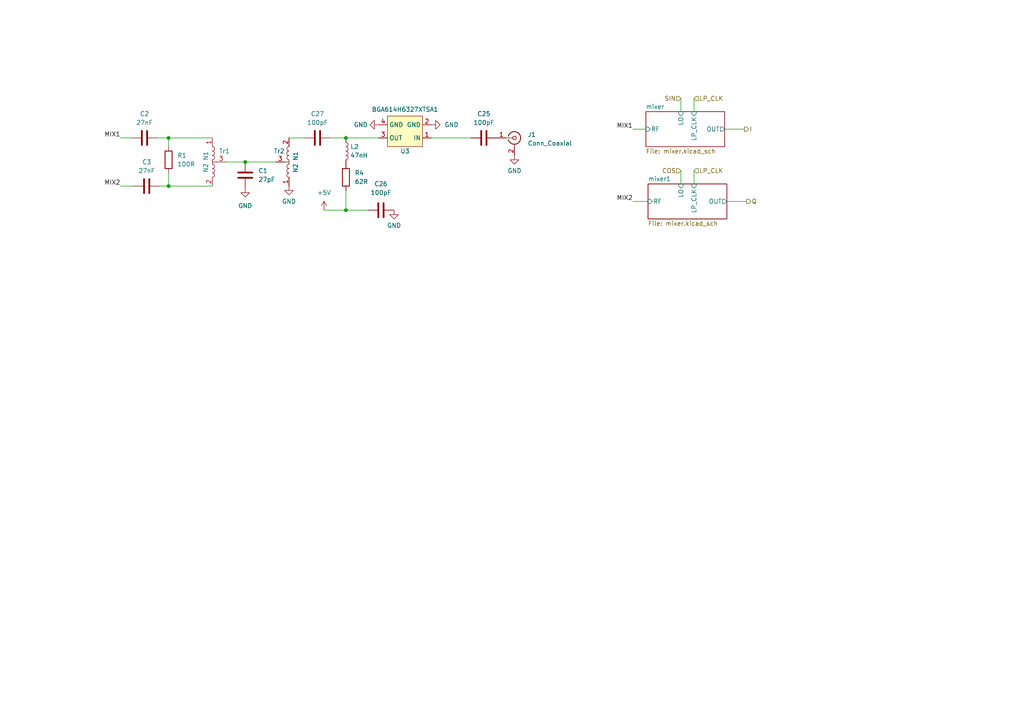
<source format=kicad_sch>
(kicad_sch (version 20230121) (generator eeschema)
  (paper "A4")
  (lib_symbols
    (symbol "Autotransformer:Autotransformer"
      (property "Reference" "Tr" (at -3.429 0.254 90))
      (property "Value" "N2 N1" (at -1.27 0 90))
      (symbol "Autotransformer_0_1"
        (arc (start 0 -1.905) (mid 0.6129 -1.27) (end 0 -0.635))
        (polyline (pts (xy 0 0.635) (xy 0 -0.635)))
        (polyline (pts (xy 1.27 0) (xy 0 0)))
        (arc (start 0 0.635) (mid 0.6238 1.27) (end 0 1.905))
        (arc (start 0.0113 1.905) (mid 0.6351 2.54) (end 0.0113 3.175))
        (arc (start 0.0113 3.175) (mid 0.6351 3.81) (end 0.0113 4.445))
        (arc (start 0.0225 -4.445) (mid 0.6354 -3.81) (end 0.0225 -3.175))
        (arc (start 0.0225 -3.175) (mid 0.6354 -2.54) (end 0.0225 -1.905))
      )
      (symbol "Autotransformer_1_1"
        (pin passive line (at 0 6.985 270) (length 2.54) (name "~") (number "1"))
        (pin passive line (at 0 -6.985 90) (length 2.54) (name "~") (number "2"))
        (pin passive line (at 3.81 0 180) (length 2.54) (name "~") (number "3"))
      )
    )
    (symbol "BGA614H6327XTSA1:BGA614H6327XTSA1"
      (property "Reference" "U" (at 0 7.62 0))
      (property "Value" "BGA614H6327XTSA1" (at 0 5.08 0))
      (symbol "BGA614H6327XTSA1_1_1"
        (rectangle (start -5.08 3.81) (end 5.08 -5.08) (fill (type background)))
        (pin input line (at -7.62 1.27 0) (length 2.54) (name "IN") (number "1"))
        (pin power_in line (at -7.62 -2.54 0) (length 2.54) (name "GND") (number "2"))
        (pin output line (at 7.62 1.27 180) (length 2.54) (name "OUT") (number "3"))
        (pin power_in line (at 7.62 -2.54 180) (length 2.54) (name "GND") (number "4"))
      )
    )
    (symbol "Connector:Conn_Coaxial" (pin_names (offset 1.016) hide)
      (property "Reference" "J" (at 0.254 3.048 0))
      (property "Value" "Conn_Coaxial" (at 2.921 0 90))
      (symbol "Conn_Coaxial_0_1"
        (arc (start -1.778 -0.508) (mid 0.2311 -1.8066) (end 1.778 0) (stroke (width 0.254)))
        (polyline (pts (xy -2.54 0) (xy -0.508 0)))
        (polyline (pts (xy 0 -2.54) (xy 0 -1.778)))
        (circle (center 0 0) (radius 0.508) (stroke (width 0.2032)))
        (arc (start 1.778 0) (mid 0.2099 1.8101) (end -1.778 0.508) (stroke (width 0.254)))
      )
      (symbol "Conn_Coaxial_1_1"
        (pin passive line (at -5.08 0 0) (length 2.54) (name "In") (number "1"))
        (pin passive line (at 0 -5.08 90) (length 2.54) (name "Ext") (number "2"))
      )
    )
    (symbol "Device:C" (pin_numbers hide) (pin_names (offset 0.254))
      (property "Reference" "C" (at 0.635 2.54 0))
      (property "Value" "C" (at 0.635 -2.54 0))
      (symbol "C_0_1"
        (polyline (pts (xy -2.032 -0.762) (xy 2.032 -0.762)) (stroke (width 0.508)))
        (polyline (pts (xy -2.032 0.762) (xy 2.032 0.762)) (stroke (width 0.508)))
      )
      (symbol "C_1_1"
        (pin passive line (at 0 3.81 270) (length 2.794) (name "~") (number "1"))
        (pin passive line (at 0 -3.81 90) (length 2.794) (name "~") (number "2"))
      )
    )
    (symbol "Device:L" (pin_numbers hide) (pin_names (offset 1.016) hide)
      (property "Reference" "L" (at -1.27 0 90))
      (property "Value" "L" (at 1.905 0 90))
      (symbol "L_0_1"
        (arc (start 0 -2.54) (mid 0.6323 -1.905) (end 0 -1.27))
        (arc (start 0 -1.27) (mid 0.6323 -0.635) (end 0 0))
        (arc (start 0 0) (mid 0.6323 0.635) (end 0 1.27))
        (arc (start 0 1.27) (mid 0.6323 1.905) (end 0 2.54))
      )
      (symbol "L_1_1"
        (pin passive line (at 0 3.81 270) (length 1.27) (name "1") (number "1"))
        (pin passive line (at 0 -3.81 90) (length 1.27) (name "2") (number "2"))
      )
    )
    (symbol "Device:R" (pin_numbers hide) (pin_names (offset 0))
      (property "Reference" "R" (at 2.032 0 90))
      (property "Value" "R" (at 0 0 90))
      (symbol "R_0_1"
        (rectangle (start -1.016 -2.54) (end 1.016 2.54) (stroke (width 0.254)))
      )
      (symbol "R_1_1"
        (pin passive line (at 0 3.81 270) (length 1.27) (name "~") (number "1"))
        (pin passive line (at 0 -3.81 90) (length 1.27) (name "~") (number "2"))
      )
    )
    (symbol "power:+5V" (power) (pin_names (offset 0))
      (property "Value" "+5V" (at 0 3.556 0))
      (symbol "+5V_0_1"
        (polyline (pts (xy -0.762 1.27) (xy 0 2.54)))
        (polyline (pts (xy 0 0) (xy 0 2.54)))
        (polyline (pts (xy 0 2.54) (xy 0.762 1.27)))
      )
      (symbol "+5V_1_1"
        (pin power_in line (at 0 0 90) (length 0) hide (name "+5V") (number "1"))
      )
    )
    (symbol "power:GND" (power) (pin_names (offset 0))
      (property "Value" "GND" (at 0 -3.81 0))
      (symbol "GND_0_1"
        (polyline (pts (xy 0 0) (xy 0 -1.27) (xy 1.27 -1.27) (xy 0 -2.54) (xy -1.27 -1.27) (xy 0 -1.27)))
      )
      (symbol "GND_1_1"
        (pin power_in line (at 0 0 270) (length 0) hide (name "GND") (number "1"))
      )
    )
  )
  (junction (at 100.33 40.005))
  (junction (at 48.895 40.005))
  (junction (at 48.895 53.975))
  (junction (at 71.12 46.99))
  (junction (at 100.33 60.96))
  (wire (pts (xy 46.355 53.975) (xy 48.895 53.975)))
  (wire (pts (xy 65.405 46.99) (xy 71.12 46.99)))
  (wire (pts (xy 48.895 50.165) (xy 48.895 53.975)))
  (wire (pts (xy 100.33 60.96) (xy 106.68 60.96)))
  (wire (pts (xy 48.895 40.005) (xy 48.895 42.545)))
  (wire (pts (xy 71.12 46.99) (xy 80.01 46.99)))
  (wire (pts (xy 197.485 28.575) (xy 197.485 32.385)))
  (wire (pts (xy 34.925 53.975) (xy 38.735 53.975)))
  (wire (pts (xy 34.925 40.005) (xy 38.1 40.005)))
  (wire (pts (xy 48.895 40.005) (xy 61.595 40.005)))
  (wire (pts (xy 93.98 60.96) (xy 100.33 60.96)))
  (wire (pts (xy 210.82 58.42) (xy 216.535 58.42)))
  (wire (pts (xy 197.485 49.53) (xy 197.485 53.34)))
  (wire (pts (xy 45.72 40.005) (xy 48.895 40.005)))
  (wire (pts (xy 100.33 40.005) (xy 109.855 40.005)))
  (wire (pts (xy 125.095 40.005) (xy 136.525 40.005)))
  (wire (pts (xy 210.185 37.465) (xy 215.9 37.465)))
  (wire (pts (xy 95.885 40.005) (xy 100.33 40.005)))
  (wire (pts (xy 201.295 49.53) (xy 201.295 53.34)))
  (wire (pts (xy 83.82 40.005) (xy 88.265 40.005)))
  (wire (pts (xy 48.895 53.975) (xy 61.595 53.975)))
  (wire (pts (xy 183.515 37.465) (xy 187.325 37.465)))
  (wire (pts (xy 183.515 58.42) (xy 187.96 58.42)))
  (wire (pts (xy 100.33 55.245) (xy 100.33 60.96)))
  (wire (pts (xy 201.295 28.575) (xy 201.295 32.385)))
  (label "MIX2" (at 183.515 58.42 180))
  (label "MIX1" (at 34.925 40.005 180))
  (label "MIX1" (at 183.515 37.465 180))
  (label "MIX2" (at 34.925 53.975 180))
  (hierarchical_label "Q" (shape output) (at 216.535 58.42 0))
  (hierarchical_label "SIN" (shape input) (at 197.485 28.575 180))
  (hierarchical_label "COS" (shape input) (at 197.485 49.53 180))
  (hierarchical_label "LP_CLK" (shape input) (at 201.295 28.575 0))
  (hierarchical_label "I" (shape output) (at 215.9 37.465 0))
  (hierarchical_label "LP_CLK" (shape input) (at 201.295 49.53 0))
  (symbol (lib_id "Device:C") (at 42.545 53.975 90) (unit 1)
    (property "Reference" "C3" (at 42.545 46.99 90))
    (property "Value" "27nF" (at 42.545 49.53 90))
    (instances (project "analog_frontend" (path "" (reference "C3") (unit 1)) (path "" (reference "C2") (unit 1))))
  )
  (symbol (lib_id "power:GND") (at 83.82 53.975 0) (unit 1)
    (property "Reference" "#PWR011" (effects hide))
    (property "Value" "GND" (at 83.82 58.42 0))
    (instances (project "analog_frontend" (path "" (reference "#PWR011") (unit 1)) (path "" (reference "#PWR09") (unit 1))))
  )
  (symbol (lib_id "Device:C") (at 71.12 50.8 0) (unit 1)
    (property "Reference" "C1" (at 74.93 49.53 0) (effects (justify left)))
    (property "Value" "27pF" (at 74.93 52.07 0) (effects (justify left)))
    (instances (project "analog_frontend" (path "" (reference "C1") (unit 1)) (path "" (reference "C3") (unit 1))))
  )
  (symbol (lib_id "BGA614H6327XTSA1:BGA614H6327XTSA1") (at 117.475 38.735 180) (unit 1)
    (property "Reference" "U3" (at 117.475 43.815 0))
    (property "Value" "BGA614H6327XTSA1" (at 117.475 31.75 0))
    (instances (project "analog_frontend" (path "" (reference "U3") (unit 1)) (path "" (reference "U5") (unit 1))))
  )
  (symbol (lib_id "Device:C") (at 110.49 60.96 90) (unit 1)
    (property "Reference" "C26" (at 110.49 53.34 90))
    (property "Value" "100pF" (at 110.49 55.88 90))
  )
  (symbol (lib_id "Device:C") (at 92.075 40.005 90) (unit 1)
    (property "Reference" "C27" (at 92.075 33.02 90))
    (property "Value" "100pF" (at 92.075 35.56 90))
  )
  (symbol (lib_id "Device:C") (at 41.91 40.005 90) (unit 1)
    (property "Reference" "C2" (at 41.91 33.02 90))
    (property "Value" "27nF" (at 41.91 35.56 90))
    (instances (project "analog_frontend" (path "" (reference "C2") (unit 1)) (path "" (reference "C1") (unit 1))))
  )
  (symbol (lib_id "Device:R") (at 100.33 51.435 0) (unit 1)
    (property "Reference" "R4" (at 102.87 50.165 0) (effects (justify left)))
    (property "Value" "62R" (at 102.87 52.705 0) (effects (justify left)))
  )
  (symbol (lib_id "Device:L") (at 100.33 43.815 0) (unit 1)
    (property "Reference" "L2" (at 101.6 42.545 0) (effects (justify left)))
    (property "Value" "47nH" (at 101.6 45.085 0) (effects (justify left)))
  )
  (symbol (lib_id "power:GND") (at 114.3 60.96 0) (unit 1)
    (property "Reference" "#PWR011" (effects hide))
    (property "Value" "GND" (at 114.3 65.405 0))
    (instances (project "analog_frontend" (path "" (reference "#PWR011") (unit 1)) (path "" (reference "#PWR043") (unit 1))))
  )
  (symbol (lib_id "power:GND") (at 125.095 36.195 90) (unit 1)
    (property "Reference" "#PWR06" (effects hide))
    (property "Value" "GND" (at 128.905 36.195 90) (effects (justify right)))
    (instances (project "analog_frontend" (path "" (reference "#PWR06") (unit 1)) (path "" (reference "#PWR010") (unit 1))))
  )
  (symbol (lib_id "Autotransformer:Autotransformer") (at 83.82 46.99 180) (unit 1)
    (property "Reference" "Tr2" (at 79.375 43.815 0) (effects (justify right)))
    (property "Value" "N2 N1" (at 85.725 50.165 90) (effects (justify right)))
  )
  (symbol (lib_id "Device:R") (at 48.895 46.355 0) (unit 1)
    (property "Reference" "R1" (at 51.435 45.085 0) (effects (justify left)))
    (property "Value" "100R" (at 51.435 47.625 0) (effects (justify left)))
  )
  (symbol (lib_id "Autotransformer:Autotransformer") (at 61.595 46.99 0) (unit 1)
    (property "Reference" "Tr1" (at 66.675 43.815 0) (effects (justify right)))
    (property "Value" "N2 N1" (at 59.69 43.815 90) (effects (justify right)))
  )
  (symbol (lib_id "power:GND") (at 109.855 36.195 270) (unit 1)
    (property "Reference" "#PWR06" (effects hide))
    (property "Value" "GND" (at 106.68 36.195 90) (effects (justify right)))
    (instances (project "analog_frontend" (path "" (reference "#PWR06") (unit 1)) (path "" (reference "#PWR042") (unit 1))))
  )
  (symbol (lib_id "power:GND") (at 71.12 54.61 0) (unit 1)
    (property "Reference" "#PWR010" (effects hide))
    (property "Value" "GND" (at 71.12 59.69 0))
    (instances (project "analog_frontend" (path "" (reference "#PWR010") (unit 1)) (path "" (reference "#PWR08") (unit 1))))
  )
  (symbol (lib_id "Device:C") (at 140.335 40.005 90) (unit 1)
    (property "Reference" "C25" (at 140.335 33.02 90))
    (property "Value" "100pF" (at 140.335 35.56 90))
  )
  (symbol (lib_id "power:+5V") (at 93.98 60.96 0) (unit 1)
    (property "Reference" "#PWR028" (effects hide))
    (property "Value" "+5V" (at 93.98 55.88 0))
    (instances (project "analog_frontend" (path "" (reference "#PWR028") (unit 1)) (path "" (reference "#PWR041") (unit 1))))
  )
  (symbol (lib_id "power:GND") (at 149.225 45.085 0) (unit 1)
    (property "Reference" "#PWR09" (effects hide))
    (property "Value" "GND" (at 149.225 49.53 0))
    (instances (project "analog_frontend" (path "" (reference "#PWR09") (unit 1)) (path "" (reference "#PWR011") (unit 1))))
  )
  (symbol (lib_id "Connector:Conn_Coaxial") (at 149.225 40.005 0) (unit 1)
    (property "Reference" "J1" (at 153.035 39.0282 0) (effects (justify left)))
    (property "Value" "Conn_Coaxial" (at 153.035 41.5682 0) (effects (justify left)))
    (property "Datasheet" " ~" (effects hide))
  )
  (sheet (at 187.325 32.385) (size 22.86 10.16) (stroke (width 0.1524))
    (property "Sheetname" "mixer" (at 187.325 31.6734 0) (effects (justify left bottom)))
    (property "Sheetfile" "mixer.kicad_sch" (at 187.325 43.1296 0) (effects (justify left top)))
    (pin "LO" input (at 197.485 32.385 90))
    (pin "OUT" output (at 210.185 37.465 0))
    (pin "RF" input (at 187.325 37.465 180))
    (pin "LP_CLK" input (at 201.295 32.385 90))
  )
  (sheet (at 187.96 53.34) (size 22.86 10.16) (stroke (width 0.1524))
    (property "Sheetname" "mixer1" (at 187.96 52.6284 0) (effects (justify left bottom)))
    (property "Sheetfile" "mixer.kicad_sch" (at 187.96 64.0846 0) (effects (justify left top)))
    (pin "LO" input (at 197.485 53.34 90))
    (pin "OUT" output (at 210.82 58.42 0))
    (pin "RF" input (at 187.96 58.42 180))
    (pin "LP_CLK" input (at 201.295 53.34 90))
  )
)
</source>
